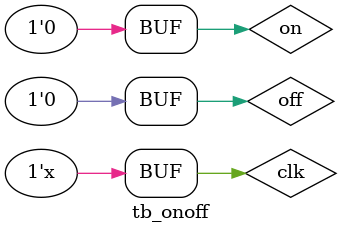
<source format=v>
`timescale 1ns / 1ps
module tb_onoff(

    );
    
    // Same as before, set up your inputs and outputs and instantiate module under test
    reg clk = 0;
    reg on, off;
    wire led;
    wire slow;
    onoff uut (clk, on, off, led, slow);
    
    // Simulate a clock by toggling a clk variable every 5 ns
    always #5 clk = ~clk ;
    
    // Same as before, list your testcases
    initial begin
    on = 0; off = 0; 
    #100
    on = 1; off = 0;
    #100
    on = 0; off = 0; 
    #100
    on = 0; off = 1;
    #100
    on = 0; off = 0; 
    
    end
     
endmodule

</source>
